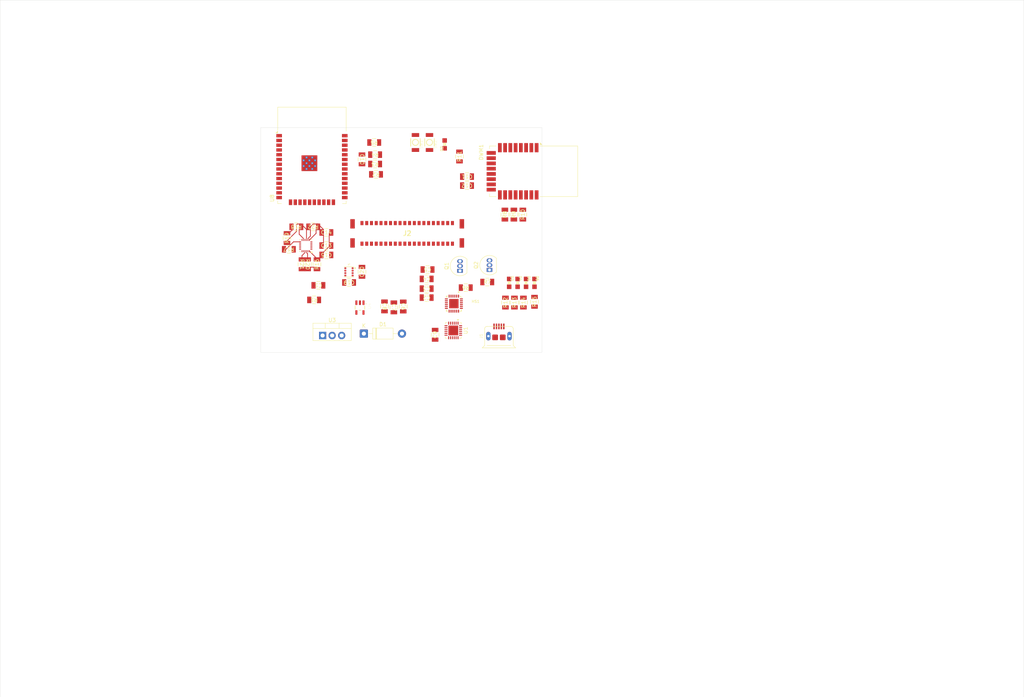
<source format=kicad_pcb>
(kicad_pcb (version 20241229) (generator "pcbnew") (generator_version "9.0")
  (layers (0 "F.Cu" signal) (2 "B.Cu" signal) (13 "F.Paste" user) (15 "B.Paste" user) (5 "F.SilkS" user "F.Silkscreen") (7 "B.SilkS" user "B.Silkscreen") (1 "F.Mask" user) (3 "B.Mask" user) (25 "Edge.Cuts" user))
  (net 0 "")
  (net 1 "SCL_BME")
  (net 2 "GND")
  (net 3 "/VDDV5")
  (net 4 "Net-(U3-VO)")
  (net 5 "/VBUS")
  (net 6 "Net-(U1-VPP)")
  (net 7 "Net-(C10-Pad1)")
  (net 8 "Net-(U5-REGOUT)")
  (net 9 "/LEDRXOK")
  (net 10 "/IO34")
  (net 11 "/GPIO5")
  (net 13 "Net-(DWM1-~{RST})")
  (net 14 "/IO23")
  (net 15 "Net-(DWM1-WAKEUP)")
  (net 16 "/IO4")
  (net 17 "/LEDTX")
  (net 18 "/GPIO4")
  (net 19 "Net-(DWM1-EXTON)")
  (net 20 "/<NO NET>")
  (net 21 "/IO18")
  (net 22 "/LEDRX")
  (net 23 "/LEDSFD")
  (net 24 "/GPIO6")
  (net 25 "Net-(J1-D+)")
  (net 26 "Net-(J1-D-)")
  (net 28 "/DTR")
  (net 29 "Net-(Q1-B)")
  (net 30 "/IO0")
  (net 31 "/RTS")
  (net 32 "Net-(Q2-B)")
  (net 33 "/RESET")
  (net 34 "/CLOCK")
  (net 35 "Net-(R2-Pad2)")
  (net 36 "Net-(D2-K)")
  (net 37 "/IO33")
  (net 38 "/IO32")
  (net 39 "/IO27")
  (net 40 "Net-(D3-A)")
  (net 41 "Net-(D4-A)")
  (net 42 "Net-(D5-A)")
  (net 43 "Net-(D6-A)")
  (net 44 "SDA_IMU")
  (net 45 "SCL_IMU")
  (net 46 "Net-(U5-FSYNC)")
  (net 47 "Net-(U5-AD0{slash}MISO)")
  (net 48 "Net-(U5-~{CS})")
  (net 49 "Net-(U5-AUX_DA)")
  (net 50 "Net-(U5-AUX_CL)")
  (net 52 "/RXD")
  (net 58 "/TXD")
  (net 73 "/PWM3")
  (net 78 "/PWM2")
  (net 82 "/PWM4")
  (net 85 "/PWM1")
  (net 93 "/EN")
  (net 95 "+5V")
  (net 101 "/GPIO_AUX2")
  (net 103 "/GPIO_AUX4")
  (net 107 "/+BAT")
  (net 108 "/GPIO_AUX1")
  (net 110 "/GPIO_AUX3")
  (footprint "Sensors:CHIPLED_0805_NOOUTLINE" (layer "F.Cu") (at 149.9968 87.45)
    (property "Reference" "D4")
    (property "Value" "LED")
  )
  (footprint "Sensors:157SW" (layer "F.Cu") (at 126.5 52.00025 90)
    (property "Reference" "SW2")
    (property "Value" "SW_MEC_5G")
  )
  (footprint "02_Capacitor_Library:CAPC340180_88N_KEM-L" (layer "F.Cu") (at 99 80 180)
    (property "Reference" "C15")
    (property "Value" "0.1uF")
  )
  (footprint "02_Capacitor_Library:CAPC340180_88N_KEM-L" (layer "F.Cu") (at 128 101.3 90)
    (property "Reference" "C9")
    (property "Value" "10µF")
  )
  (footprint "02_Capacitor_Library:CAPC340180_88N_KEM-L" (layer "F.Cu") (at 96.876 88.1095 180)
    (property "Reference" "C1")
    (property "Value" "10µF")
  )
  (footprint "02_Capacitor_Library:CAPC340180_88N_KEM-L" (layer "F.Cu") (at 136.5 61.5 180)
    (property "Reference" "C12")
    (property "Value" "0.1µF")
  )
  (footprint "02_Capacitor_Library:CAPC340180_88N_KEM-L" (layer "F.Cu") (at 92.5 82.5 -90)
    (property "Reference" "R21")
    (property "Value" "10k")
  )
  (footprint "02_Capacitor_Library:CAPC340180_88N_KEM-L" (layer "F.Cu") (at 88.5 75.5 90)
    (property "Reference" "R19")
    (property "Value" "10k")
  )
  (footprint "02_Capacitor_Library:CAPC340180_88N_KEM-L" (layer "F.Cu") (at 146.603 69.238 90)
    (property "Reference" "R8")
    (property "Value" "1k")
  )
  (footprint "Package_TO_SOT_THT:TO-92_Inline" (layer "F.Cu") (at 134.64 84.23 90)
    (property "Reference" "Q1")
    (property "Value" "S8050")
  )
  (footprint "02_Capacitor_Library:CAPC340180_88N_KEM-L" (layer "F.Cu") (at 146.7516 92.712 90)
    (property "Reference" "R12")
    (property "Value" "470R")
  )
  (footprint "02_Capacitor_Library:CAPC340180_88N_KEM-L" (layer "F.Cu") (at 151.397 69.238 90)
    (property "Reference" "R10")
    (property "Value" "1k")
  )
  (footprint "02_Capacitor_Library:CAPC340180_88N_KEM-L" (layer "F.Cu") (at 105.06 87.35 180)
    (property "Reference" "C19")
    (property "Value" "0.1 uF")
  )
  (footprint "Package_TO_SOT_THT:TO-220-3_Vertical" (layer "F.Cu") (at 98 101.5)
    (property "Reference" "U3")
    (property "Value" "LD1117V33")
  )
  (footprint "02_Capacitor_Library:CAPC340180_88N_KEM-L" (layer "F.Cu") (at 125.738 86.397 180)
    (property "Reference" "C4")
    (property "Value" "10µF")
  )
  (footprint "02_Capacitor_Library:CAPC340180_88N_KEM-L" (layer "F.Cu") (at 151.5456 92.712 90)
    (property "Reference" "R14")
    (property "Value" "470R")
  )
  (footprint "02_Capacitor_Library:CAPC340180_88N_KEM-L" (layer "F.Cu") (at 99 77.5)
    (property "Reference" "C13")
    (property "Value" "0.01uf")
  )
  (footprint "02_Capacitor_Library:CAPC340180_88N_KEM-L" (layer "F.Cu") (at 108.5 84.5 90)
    (property "Reference" "C20")
    (property "Value" "1 uF")
  )
  (footprint "02_Capacitor_Library:CAPC340180_88N_KEM-L" (layer "F.Cu") (at 149.1486 92.712 90)
    (property "Reference" "R13")
    (property "Value" "470R")
  )
  (footprint "02_Capacitor_Library:CAPC340180_88N_KEM-L" (layer "F.Cu") (at 111.762 50 180)
    (property "Reference" "R5")
    (property "Value" "10k")
  )
  (footprint "02_Capacitor_Library:CAPC340180_88N_KEM-L" (layer "F.Cu") (at 114.5 93.738 -90)
    (property "Reference" "C8")
    (property "Value" "10µF")
  )
  (footprint "Sensors:157SW" (layer "F.Cu") (at 122.7568 52.00025 90)
    (property "Reference" "SW1")
    (property "Value" "SW_MEC_5G")
  )
  (footprint "02_Capacitor_Library:CAPC340180_88N_KEM-L" (layer "F.Cu") (at 117 94 -90)
    (property "Reference" "C7")
    (property "Value" "100nF")
  )
  (footprint "RF_Module:DWM1000" (layer "F.Cu") (at 154.2612 57.681 -90)
    (property "Reference" "DWM1")
    (property "Value" "DWM3000")
  )
  (footprint "Package_DFN_QFN:QFN-24-1EP_4x4mm_P0.5mm_EP2.6x2.6mm" (layer "F.Cu") (at 132.85 100.15 -90)
    (property "Reference" "U1")
    (property "Value" "CP2104")
  )
  (footprint "Sensors:CHIPLED_0805_NOOUTLINE" (layer "F.Cu") (at 130.5431 50.50715 180)
    (property "Reference" "D2")
    (property "Value" "LED")
  )
  (footprint "02_Capacitor_Library:CAPC340180_88N_KEM-L" (layer "F.Cu") (at 112 53.238 180)
    (property "Reference" "R4")
    (property "Value" "10k")
  )
  (footprint "Sensor_Motion:InvenSense_QFN-24_3x3mm_P0.4mm" (layer "F.Cu") (at 93.5 77.5 180)
    (property "Reference" "U5" (hide yes))
    (property "Value" "MPU-9250")
  )
  (footprint "Sensors:204632E" (layer "F.Cu") (at 120.555 74.25 180)
    (property "Reference" "J2")
    (property "Value" "Conn_02x20_Odd_Even_MountingPin" (hide yes))
  )
  (footprint "02_Capacitor_Library:CAPC340180_88N_KEM-L" (layer "F.Cu") (at 154.5 92.5 90)
    (property "Reference" "R15")
    (property "Value" "470R")
  )
  (footprint "02_Capacitor_Library:CAPC340180_88N_KEM-L" (layer "F.Cu") (at 96.5 82.5 90)
    (property "Reference" "R16")
    (property "Value" "10k")
  )
  (footprint "Sensors:CHIPLED_0805_NOOUTLINE" (layer "F.Cu") (at 154.5 87.45)
    (property "Reference" "D6")
    (property "Value" "LED")
  )
  (footprint "Sensors:QFN24_4MM_SMSC" (layer "F.Cu") (at 133 93 -90)
    (property "Reference" "HS1")
    (property "Value" "Heatsink_Pad")
  )
  (footprint "02_Capacitor_Library:CAPC340180_88N_KEM-L" (layer "F.Cu") (at 95.738 92 180)
    (property "Reference" "R1")
    (property "Value" "10k")
  )
  (footprint "02_Capacitor_Library:CAPC340180_88N_KEM-L" (layer "F.Cu") (at 89 78.5 180)
    (property "Reference" "R17")
    (property "Value" "10k")
  )
  (footprint "Sensors:CHIPLED_0805_NOOUTLINE" (layer "F.Cu") (at 152.2484 87.45)
    (property "Reference" "D5")
    (property "Value" "LED")
  )
  (footprint "Sensors:CHIPLED_0805_NOOUTLINE" (layer "F.Cu") (at 147.7452 87.45)
    (property "Reference" "D3")
    (property "Value" "LED")
  )
  (footprint "02_Capacitor_Library:CAPC340180_88N_KEM-L" (layer "F.Cu") (at 119.5 93.762 -90)
    (property "Reference" "C6")
    (property "Value" "10µF")
  )
  (footprint "Sensors:MICRO-USB-5P" (layer "F.Cu") (at 145.016 99.079)
    (property "Reference" "J1")
    (property "Value" "USB_B_Micro")
  )
  (footprint "02_Capacitor_Library:CAPC340180_88N_KEM-L" (layer "F.Cu") (at 91 72.5 180)
    (property "Reference" "R18")
    (property "Value" "10k")
  )
  (footprint "02_Capacitor_Library:CAPC340180_88N_KEM-L" (layer "F.Cu") (at 108.5 54.5 -90)
    (property "Reference" "C10")
    (property "Value" "100nF")
  )
  (footprint "02_Capacitor_Library:CAPC340180_88N_KEM-L" (layer "F.Cu") (at 112 55.738 180)
    (property "Reference" "R3")
    (property "Value" "470")
  )
  (footprint "RF_Module:ESP32-WROOM-32" (layer "F.Cu") (at 95.155 56.435)
    (property "Reference" "U8")
    (property "Value" "ESP32-WROOM-32")
  )
  (footprint "Diode_THT:D_DO-41_SOD81_P10.16mm_Horizontal" (layer "F.Cu") (at 109 101)
    (property "Reference" "D1")
    (property "Value" "1N4005")
  )
  (footprint "02_Capacitor_Library:CAPC340180_88N_KEM-L" (layer "F.Cu") (at 134.5 53.738 90)
    (property "Reference" "R11")
    (property "Value" "10k")
  )
  (footprint "02_Capacitor_Library:CAPC340180_88N_KEM-L" (layer "F.Cu") (at 94 82.5 -90)
    (property "Reference" "R20")
    (property "Value" "10k")
  )
  (footprint "02_Capacitor_Library:CAPC340180_88N_KEM-L" (layer "F.Cu") (at 95.5 72.5 180)
    (property "Reference" "R22")
    (property "Value" "10k")
  )
  (footprint "02_Capacitor_Library:CAPC340180_88N_KEM-L" (layer "F.Cu") (at 125.738 89 180)
    (property "Reference" "C3")
    (property "Value" "10µF")
  )
  (footprint "02_Capacitor_Library:CAPC340180_88N_KEM-L" (layer "F.Cu") (at 136.164 88.73 180)
    (property "Reference" "R6")
    (property "Value" "1k")
  )
  (footprint "02_Capacitor_Library:CAPC340180_88N_KEM-L" (layer "F.Cu") (at 112.238 58.5 180)
    (property "Reference" "R2")
    (property "Value" "470")
  )
  (footprint "02_Capacitor_Library:CAPC340180_88N_KEM-L" (layer "F.Cu") (at 125.976 83.897 180)
    (property "Reference" "C5")
    (property "Value" "1.0µF")
  )
  (footprint "02_Capacitor_Library:CAPC340180_88N_KEM-L" (layer "F.Cu") (at 136.5 59.103 180)
    (property "Reference" "C11")
    (property "Value" "10µF")
  )
  (footprint "Package_TO_SOT_THT:TO-92_Inline" (layer "F.Cu") (at 142.5 84 90)
    (property "Reference" "Q2")
    (property "Value" "S8050")
  )
  (footprint "Sensors:PSON65P250X250X100-8N" (layer "F.Cu") (at 105.03 84.525)
    (property "Reference" "U7")
    (property "Value" "BME280")
  )
  (footprint "02_Capacitor_Library:CAPC340180_88N_KEM-L" (layer "F.Cu") (at 125.738 91.397 180)
    (property "Reference" "C2")
    (property "Value" "10µF")
  )
  (footprint "Sensors:SOT23-5" (layer "F.Cu") (at 107.95 94.0499 180)
    (property "Reference" "U4")
    (property "Value" "ME6217C33M5G")
  )
  (footprint "02_Capacitor_Library:CAPC340180_88N_KEM-L" (layer "F.Cu") (at 99 74)
    (property "Reference" "C14")
    (property "Value" "0.1uf")
  )
  (footprint "02_Capacitor_Library:CAPC340180_88N_KEM-L" (layer "F.Cu") (at 141.902 87.23)
    (property "Reference" "R7")
    (property "Value" "1k")
  )
  (footprint "02_Capacitor_Library:CAPC340180_88N_KEM-L" (layer "F.Cu") (at 149 69.238 90)
    (property "Reference" "R9")
    (property "Value" "1k")
  )
  (gr_rect (start 81.5 46) (end 156.5 106) (stroke (width 0.05)) (fill no) (layer "Edge.Cuts"))
  (gr_rect (start 12 12) (end 285 198) (stroke (width 0.05)) (fill no) (layer "Edge.Cuts"))
  (segment (start 90.238 76.5) (end 92 76.5) (width 0.2) (layer "F.Cu") (net 1))
  (segment (start 95.4835 71.7545) (end 96.769162 71.7545) (width 0.2) (layer "F.Cu") (net 1))
  (segment (start 94.738 72.5) (end 94.738 74.989226) (width 0.2) (layer "F.Cu") (net 1))
  (segment (start 94.738 74.989226) (end 94.099 75.628226) (width 0.2) (layer "F.Cu") (net 1))
  (segment (start 88.238 78.5) (end 90.238 76.5) (width 0.2) (layer "F.Cu") (net 1))
  (segment (start 94.738 72.5) (end 95.4835 71.7545) (width 0.2) (layer "F.Cu") (net 1))
  (segment (start 96.769162 71.7545) (end 98.238 73.223338) (width 0.2) (layer "F.Cu") (net 1))
  (segment (start 92.5 83.262) (end 96.5 83.262) (width 0.2) (layer "F.Cu") (net 1))
  (segment (start 98.238 74) (end 98.238 77.5) (width 0.2) (layer "F.Cu") (net 1))
  (segment (start 98.238 73.223338) (end 98.238 74) (width 0.2) (layer "F.Cu") (net 1))
  (segment (start 98.238 79.262) (end 98.238 80) (width 0.2) (layer "F.Cu") (net 2))
  (segment (start 90.238 73) (end 88.5 74.738) (width 0.2) (layer "F.Cu") (net 2))
  (segment (start 90.238 72.5) (end 90.238 73) (width 0.2) (layer "F.Cu") (net 2))
  (segment (start 99.762 77.738) (end 98.238 79.262) (width 0.2) (layer "F.Cu") (net 2))
  (segment (start 99.762 74) (end 99.762 77.5) (width 0.2) (layer "F.Cu") (net 2))
  (segment (start 99.762 77.5) (end 99.762 77.738) (width 0.2) (layer "F.Cu") (net 2))
  (segment (start 96.5 81.738) (end 96.5 81) (width 0.2) (layer "F.Cu") (net 44))
  (segment (start 96.5 81) (end 94.5 79) (width 0.2) (layer "F.Cu") (net 44))
  (segment (start 91.762 74.489226) (end 92.901 75.628226) (width 0.2) (layer "F.Cu") (net 46))
  (segment (start 91.762 72.5) (end 91.762 74.489226) (width 0.2) (layer "F.Cu") (net 46))
  (segment (start 92.269162 71.7545) (end 93.698 73.183338) (width 0.2) (layer "F.Cu") (net 47))
  (segment (start 91.2455 71.7545) (end 92.269162 71.7545) (width 0.2) (layer "F.Cu") (net 47))
  (segment (start 88.5 76.262) (end 91.0165 73.7455) (width 0.2) (layer "F.Cu") (net 47))
  (segment (start 91.0165 73.7455) (end 91.0165 71.9835) (width 0.2) (layer "F.Cu") (net 47))
  (segment (start 93.698 73.183338) (end 93.698 75.625226) (width 0.2) (layer "F.Cu") (net 47))
  (segment (start 91.0165 71.9835) (end 91.2455 71.7545) (width 0.2) (layer "F.Cu") (net 47))
  (segment (start 94 81.738) (end 94 79.672774) (width 0.2) (layer "F.Cu") (net 48))
  (segment (start 94 79.672774) (end 93.699 79.371774) (width 0.2) (layer "F.Cu") (net 48))
  (segment (start 92.5 81.738) (end 92.5 80.172774) (width 0.2) (layer "F.Cu") (net 49))
  (segment (start 92.5 80.172774) (end 93.298 79.374774) (width 0.2) (layer "F.Cu") (net 49))
  (segment (start 96.262 72.5) (end 96.262 74.238) (width 0.2) (layer "F.Cu") (net 50))
  (segment (start 96.262 74.238) (end 94.5 76) (width 0.2) (layer "F.Cu") (net 50))
)
</source>
